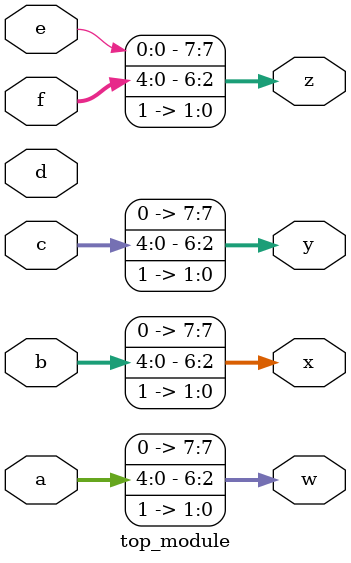
<source format=sv>
module top_module (
	input [4:0] a,
	input [4:0] b,
	input [4:0] c,
	input [4:0] d,
	input [4:0] e,
	input [4:0] f,
	output [7:0] w,
	output [7:0] x,
	output [7:0] y,
	output [7:0] z
);
	assign w = {a[4:0], 2'b11};
	assign x = {b[4:0], 2'b11};
	assign y = {c[4:0], 2'b11};
	assign z = {d[4:0], e[4:0], f[4:0], 2'b11};
endmodule

</source>
